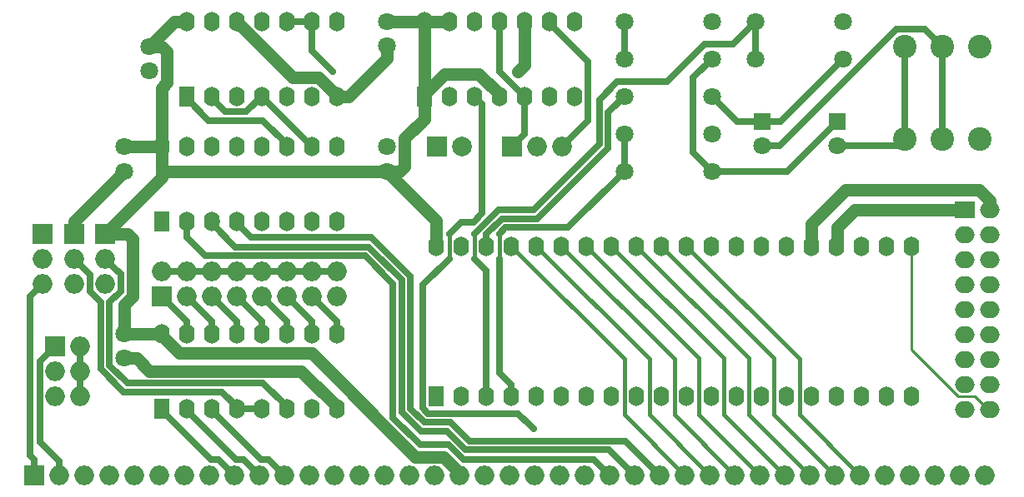
<source format=gbl>
G04 #@! TF.FileFunction,Copper,L2,Bot,Signal*
%FSLAX46Y46*%
G04 Gerber Fmt 4.6, Leading zero omitted, Abs format (unit mm)*
G04 Created by KiCad (PCBNEW 4.0.6) date Sun Jul 16 10:48:13 2017*
%MOMM*%
%LPD*%
G01*
G04 APERTURE LIST*
%ADD10C,0.100000*%
%ADD11R,1.600000X2.000000*%
%ADD12O,1.600000X2.000000*%
%ADD13R,2.000000X2.000000*%
%ADD14O,2.000000X2.000000*%
%ADD15C,1.800000*%
%ADD16C,2.400000*%
%ADD17R,2.000000X1.700000*%
%ADD18O,2.000000X1.700000*%
%ADD19C,2.000000*%
%ADD20R,1.800000X1.800000*%
%ADD21C,0.685800*%
%ADD22C,1.270000*%
%ADD23C,0.635000*%
%ADD24C,0.381000*%
%ADD25C,0.254000*%
G04 APERTURE END LIST*
D10*
D11*
X74930000Y-137160000D03*
D12*
X92710000Y-129540000D03*
X77470000Y-137160000D03*
X90170000Y-129540000D03*
X80010000Y-137160000D03*
X87630000Y-129540000D03*
X82550000Y-137160000D03*
X85090000Y-129540000D03*
X85090000Y-137160000D03*
X82550000Y-129540000D03*
X87630000Y-137160000D03*
X80010000Y-129540000D03*
X90170000Y-137160000D03*
X77470000Y-129540000D03*
X92710000Y-137160000D03*
X74930000Y-129540000D03*
D13*
X62000000Y-163000000D03*
D14*
X64540000Y-163000000D03*
X67080000Y-163000000D03*
X69620000Y-163000000D03*
X72160000Y-163000000D03*
X74700000Y-163000000D03*
X77240000Y-163000000D03*
X79780000Y-163000000D03*
X82320000Y-163000000D03*
X84860000Y-163000000D03*
X87400000Y-163000000D03*
X89940000Y-163000000D03*
X92480000Y-163000000D03*
X95020000Y-163000000D03*
X97560000Y-163000000D03*
X100100000Y-163000000D03*
X102640000Y-163000000D03*
X105180000Y-163000000D03*
X107720000Y-163000000D03*
X110260000Y-163000000D03*
X112800000Y-163000000D03*
X115340000Y-163000000D03*
X117880000Y-163000000D03*
X120420000Y-163000000D03*
X122960000Y-163000000D03*
X125500000Y-163000000D03*
X128040000Y-163000000D03*
X130580000Y-163000000D03*
X133120000Y-163000000D03*
X135660000Y-163000000D03*
X138200000Y-163000000D03*
X140740000Y-163000000D03*
X143280000Y-163000000D03*
X145820000Y-163000000D03*
X148360000Y-163000000D03*
X150900000Y-163000000D03*
X153440000Y-163000000D03*
X155980000Y-163000000D03*
X158520000Y-163000000D03*
D15*
X121920000Y-116840000D03*
X130810000Y-116840000D03*
X135255000Y-116840000D03*
X144145000Y-116840000D03*
X121920000Y-128270000D03*
X130810000Y-128270000D03*
X130810000Y-132080000D03*
X121920000Y-132080000D03*
X144145000Y-120650000D03*
X135255000Y-120650000D03*
X130810000Y-124460000D03*
X121920000Y-124460000D03*
X130810000Y-120650000D03*
X121920000Y-120650000D03*
D16*
X150400000Y-119380000D03*
X154200000Y-119380000D03*
X158000000Y-119380000D03*
X158000000Y-128780000D03*
X154200000Y-128780000D03*
X150400000Y-128780000D03*
D15*
X71120000Y-148590000D03*
X71120000Y-151090000D03*
X97790000Y-116840000D03*
X97790000Y-119340000D03*
X73660000Y-119380000D03*
X73660000Y-121880000D03*
X71120000Y-129580000D03*
X71120000Y-132080000D03*
X97790000Y-132080000D03*
X97790000Y-129580000D03*
D17*
X156460000Y-135960000D03*
D18*
X159000000Y-135960000D03*
X156460000Y-138500000D03*
X159000000Y-138500000D03*
X156460000Y-141040000D03*
X159000000Y-141040000D03*
X156460000Y-143580000D03*
X159000000Y-143580000D03*
X156460000Y-146120000D03*
X159000000Y-146120000D03*
X156460000Y-148660000D03*
X159000000Y-148660000D03*
X156460000Y-151200000D03*
X159000000Y-151200000D03*
X156460000Y-153740000D03*
X159000000Y-153740000D03*
X156460000Y-156280000D03*
X159000000Y-156280000D03*
D13*
X69215000Y-138430000D03*
D14*
X69215000Y-140970000D03*
X69215000Y-143510000D03*
D13*
X62865000Y-138430000D03*
D14*
X62865000Y-140970000D03*
X62865000Y-143510000D03*
D13*
X64135000Y-149860000D03*
D14*
X66675000Y-149860000D03*
X64135000Y-152400000D03*
X66675000Y-152400000D03*
X64135000Y-154940000D03*
X66675000Y-154940000D03*
D13*
X74930000Y-144780000D03*
D14*
X74930000Y-142240000D03*
X77470000Y-144780000D03*
X77470000Y-142240000D03*
X80010000Y-144780000D03*
X80010000Y-142240000D03*
X82550000Y-144780000D03*
X82550000Y-142240000D03*
X85090000Y-144780000D03*
X85090000Y-142240000D03*
X87630000Y-144780000D03*
X87630000Y-142240000D03*
X90170000Y-144780000D03*
X90170000Y-142240000D03*
X92710000Y-144780000D03*
X92710000Y-142240000D03*
D13*
X110490000Y-129540000D03*
D14*
X113030000Y-129540000D03*
X115570000Y-129540000D03*
D13*
X102870000Y-129540000D03*
D19*
X105410000Y-129540000D03*
D11*
X74930000Y-156210000D03*
D12*
X92710000Y-148590000D03*
X77470000Y-156210000D03*
X90170000Y-148590000D03*
X80010000Y-156210000D03*
X87630000Y-148590000D03*
X82550000Y-156210000D03*
X85090000Y-148590000D03*
X85090000Y-156210000D03*
X82550000Y-148590000D03*
X87630000Y-156210000D03*
X80010000Y-148590000D03*
X90170000Y-156210000D03*
X77470000Y-148590000D03*
X92710000Y-156210000D03*
X74930000Y-148590000D03*
D11*
X77470000Y-124460000D03*
D12*
X92710000Y-116840000D03*
X80010000Y-124460000D03*
X90170000Y-116840000D03*
X82550000Y-124460000D03*
X87630000Y-116840000D03*
X85090000Y-124460000D03*
X85090000Y-116840000D03*
X87630000Y-124460000D03*
X82550000Y-116840000D03*
X90170000Y-124460000D03*
X80010000Y-116840000D03*
X92710000Y-124460000D03*
X77470000Y-116840000D03*
D11*
X101600000Y-124460000D03*
D12*
X116840000Y-116840000D03*
X104140000Y-124460000D03*
X114300000Y-116840000D03*
X106680000Y-124460000D03*
X111760000Y-116840000D03*
X109220000Y-124460000D03*
X109220000Y-116840000D03*
X111760000Y-124460000D03*
X106680000Y-116840000D03*
X114300000Y-124460000D03*
X104140000Y-116840000D03*
X116840000Y-124460000D03*
X101600000Y-116840000D03*
D11*
X102829360Y-154929840D03*
D12*
X151089360Y-139689840D03*
X105369360Y-154929840D03*
X148549360Y-139689840D03*
X107909360Y-154929840D03*
X146009360Y-139689840D03*
X110449360Y-154929840D03*
X143469360Y-139689840D03*
X112989360Y-154929840D03*
X140929360Y-139689840D03*
X115529360Y-154929840D03*
X138389360Y-139689840D03*
X118069360Y-154929840D03*
X135849360Y-139689840D03*
X120609360Y-154929840D03*
X133309360Y-139689840D03*
X123149360Y-154929840D03*
X130769360Y-139689840D03*
X125689360Y-154929840D03*
X128229360Y-139689840D03*
X128229360Y-154929840D03*
X125689360Y-139689840D03*
X130769360Y-154929840D03*
X123149360Y-139689840D03*
X133309360Y-154929840D03*
X120609360Y-139689840D03*
X135849360Y-154929840D03*
X118069360Y-139689840D03*
X138389360Y-154929840D03*
X115529360Y-139689840D03*
X140929360Y-154929840D03*
X112989360Y-139689840D03*
X143469360Y-154929840D03*
X110449360Y-139689840D03*
X146009360Y-154929840D03*
X107909360Y-139689840D03*
X148549360Y-154929840D03*
X105369360Y-139689840D03*
X151089360Y-154929840D03*
X102829360Y-139689840D03*
D20*
X143510000Y-127000000D03*
D15*
X143510000Y-129500000D03*
D20*
X135890000Y-127000000D03*
D15*
X135890000Y-129500000D03*
D13*
X66040000Y-138430000D03*
D14*
X66040000Y-140970000D03*
X66040000Y-143510000D03*
D21*
X111125000Y-121920000D03*
X112691441Y-158301327D03*
X92309608Y-121920000D03*
D22*
X69215000Y-138430000D02*
X74930000Y-132715000D01*
X74930000Y-132715000D02*
X74930000Y-129540000D01*
X69215000Y-138430000D02*
X71485000Y-138430000D01*
X71120000Y-145637086D02*
X71120000Y-147317208D01*
X71485000Y-138430000D02*
X71993012Y-138938012D01*
X71993012Y-138938012D02*
X71993012Y-144764074D01*
X71993012Y-144764074D02*
X71120000Y-145637086D01*
X71120000Y-147317208D02*
X71120000Y-148590000D01*
X74930000Y-148590000D02*
X74930000Y-148790000D01*
X74930000Y-148790000D02*
X76698489Y-150558489D01*
X76698489Y-150558489D02*
X90151290Y-150558489D01*
X90151290Y-150558489D02*
X100703800Y-161110999D01*
X100703800Y-161110999D02*
X103546721Y-161110999D01*
X103546721Y-161110999D02*
X105180000Y-162744278D01*
X105180000Y-162744278D02*
X105180000Y-163000000D01*
X74930000Y-129540000D02*
X74930000Y-123599798D01*
X74930000Y-123599798D02*
X75449001Y-123080797D01*
X75449001Y-123080797D02*
X75449001Y-119896209D01*
X75449001Y-119896209D02*
X74932792Y-119380000D01*
X74932792Y-119380000D02*
X73660000Y-119380000D01*
X74930000Y-129540000D02*
X71160000Y-129540000D01*
X71160000Y-129540000D02*
X71120000Y-129580000D01*
X74930000Y-148590000D02*
X71120000Y-148590000D01*
X101600000Y-124460000D02*
X101600000Y-126730000D01*
X101600000Y-126730000D02*
X99579001Y-128750999D01*
X99579001Y-128750999D02*
X99579001Y-131563791D01*
X99579001Y-131563791D02*
X99062792Y-132080000D01*
X99062792Y-132080000D02*
X97790000Y-132080000D01*
X74930000Y-129540000D02*
X74930000Y-131810000D01*
X74930000Y-131810000D02*
X75200000Y-132080000D01*
X75200000Y-132080000D02*
X96517208Y-132080000D01*
X96517208Y-132080000D02*
X97790000Y-132080000D01*
X102829360Y-139689840D02*
X102829360Y-137119360D01*
X102829360Y-137119360D02*
X97790000Y-132080000D01*
X111760000Y-116840000D02*
X111760000Y-121285000D01*
X111760000Y-121285000D02*
X111125000Y-121920000D01*
X101600000Y-124460000D02*
X101600000Y-124260000D01*
X101600000Y-124260000D02*
X103670000Y-122190000D01*
X103670000Y-122190000D02*
X107150000Y-122190000D01*
X107150000Y-122190000D02*
X109220000Y-124260000D01*
X109220000Y-124260000D02*
X109220000Y-124460000D01*
X144364200Y-133985000D02*
X157935202Y-133985000D01*
X157935202Y-133985000D02*
X159000000Y-135049798D01*
X159000000Y-135049798D02*
X159000000Y-135960000D01*
X140929360Y-139689840D02*
X140929360Y-137419840D01*
X140929360Y-137419840D02*
X144364200Y-133985000D01*
X101600000Y-116840000D02*
X97790000Y-116840000D01*
X77470000Y-116840000D02*
X76200000Y-116840000D01*
X76200000Y-116840000D02*
X73660000Y-119380000D01*
X101600000Y-116840000D02*
X104140000Y-116840000D01*
X101600000Y-116840000D02*
X101600000Y-124460000D01*
X102870000Y-139649200D02*
X102829360Y-139689840D01*
X102849680Y-139669520D02*
X102829360Y-139689840D01*
X102824280Y-139694920D02*
X102829360Y-139689840D01*
X73702792Y-152400000D02*
X89100000Y-152400000D01*
X89100000Y-152400000D02*
X92710000Y-156010000D01*
X92710000Y-156010000D02*
X92710000Y-156210000D01*
X72392792Y-151090000D02*
X73702792Y-152400000D01*
X71120000Y-151090000D02*
X72392792Y-151090000D01*
X66040000Y-138430000D02*
X66040000Y-137160000D01*
X66040000Y-137160000D02*
X71120000Y-132080000D01*
X97790000Y-119340000D02*
X97790000Y-120612792D01*
X97790000Y-120612792D02*
X93942792Y-124460000D01*
X93942792Y-124460000D02*
X92710000Y-124460000D01*
X82550000Y-116840000D02*
X82550000Y-116888620D01*
X82550000Y-116888620D02*
X88232370Y-122570990D01*
X88232370Y-122570990D02*
X90869610Y-122570990D01*
X90869610Y-122570990D02*
X92710000Y-124411380D01*
X92710000Y-124411380D02*
X92710000Y-124460000D01*
X92710000Y-156210000D02*
X92710000Y-156258620D01*
X143510000Y-137795000D02*
X145345000Y-135960000D01*
X145345000Y-135960000D02*
X156460000Y-135960000D01*
X143510000Y-139600580D02*
X143510000Y-137795000D01*
X143469360Y-139689840D02*
X143469360Y-139641220D01*
X143469360Y-139641220D02*
X143510000Y-139600580D01*
D23*
X61595000Y-160960000D02*
X61595000Y-144780000D01*
X61595000Y-144780000D02*
X62865000Y-143510000D01*
X62000000Y-163000000D02*
X62000000Y-161365000D01*
X62000000Y-161365000D02*
X61595000Y-160960000D01*
X64135000Y-149860000D02*
X62563499Y-151431501D01*
X62563499Y-151431501D02*
X62563499Y-159609286D01*
X62563499Y-159609286D02*
X64540000Y-161585787D01*
X64540000Y-161585787D02*
X64540000Y-163000000D01*
X101457859Y-156187041D02*
X101988785Y-156717967D01*
X104124859Y-140954859D02*
X101457859Y-143621859D01*
X112348542Y-157958428D02*
X112691441Y-158301327D01*
X101457859Y-143621859D02*
X101457859Y-156187041D01*
X101988785Y-156717967D02*
X111108081Y-156717967D01*
X111108081Y-156717967D02*
X112348542Y-157958428D01*
X107479999Y-125259999D02*
X107479999Y-136360001D01*
X106680000Y-124460000D02*
X107479999Y-125259999D01*
X106578499Y-137261501D02*
X105308499Y-137261501D01*
X107479999Y-136360001D02*
X106578499Y-137261501D01*
X105308499Y-137261501D02*
X104140000Y-138430000D01*
D24*
X104124859Y-138445141D02*
X104124859Y-140954859D01*
X104140000Y-138430000D02*
X104124859Y-138445141D01*
X110449360Y-139689840D02*
X121904859Y-151145339D01*
X121904859Y-151145339D02*
X121904859Y-156864859D01*
X121904859Y-156864859D02*
X128040000Y-163000000D01*
X112989360Y-139689840D02*
X124444859Y-151145339D01*
X124444859Y-151145339D02*
X124444859Y-156864859D01*
X124444859Y-156864859D02*
X130580000Y-163000000D01*
X115529360Y-139689840D02*
X126984859Y-151145339D01*
X126984859Y-151145339D02*
X126984859Y-156864859D01*
X126984859Y-156864859D02*
X133120000Y-163000000D01*
X118069360Y-139689840D02*
X129473861Y-151094341D01*
X129473861Y-151094341D02*
X129473861Y-156813861D01*
X129473861Y-156813861D02*
X135660000Y-163000000D01*
X120609360Y-139689840D02*
X132013861Y-151094341D01*
X132013861Y-151094341D02*
X132013861Y-156813861D01*
X132013861Y-156813861D02*
X138200000Y-163000000D01*
X123149360Y-139689840D02*
X134553861Y-151094341D01*
X134553861Y-151094341D02*
X134553861Y-156813861D01*
X134553861Y-156813861D02*
X140740000Y-163000000D01*
X125689360Y-139689840D02*
X137093861Y-151094341D01*
X137093861Y-151094341D02*
X137093861Y-156813861D01*
X137093861Y-156813861D02*
X143280000Y-163000000D01*
X128229360Y-139689840D02*
X139684859Y-151145339D01*
X139684859Y-151145339D02*
X139684859Y-156864859D01*
X139684859Y-156864859D02*
X145820000Y-163000000D01*
D23*
X135255000Y-120650000D02*
X135255000Y-116840000D01*
X119380000Y-124822178D02*
X121213679Y-122988499D01*
X126293679Y-122988499D02*
X130103679Y-119178499D01*
X121213679Y-122988499D02*
X126293679Y-122988499D01*
X130103679Y-119178499D02*
X132916501Y-119178499D01*
X132916501Y-119178499D02*
X134355001Y-117739999D01*
X134355001Y-117739999D02*
X135255000Y-116840000D01*
X106664850Y-138445150D02*
X109123579Y-135986421D01*
X109123579Y-135986421D02*
X109352178Y-135986421D01*
X109352178Y-135986421D02*
X109352178Y-136011923D01*
X109352178Y-136011923D02*
X112693899Y-136011923D01*
X112693899Y-136011923D02*
X119380000Y-129325822D01*
X119380000Y-129325822D02*
X119380000Y-124822178D01*
D24*
X106680000Y-140970000D02*
X106664850Y-140954850D01*
X106664850Y-140954850D02*
X106664850Y-138445150D01*
D23*
X107909360Y-142199360D02*
X106680000Y-140970000D01*
X107909360Y-142834360D02*
X107909360Y-142199360D01*
X107909360Y-154929840D02*
X107909360Y-142834360D01*
X109855000Y-137795000D02*
X116205000Y-137795000D01*
X116205000Y-137795000D02*
X121920000Y-132080000D01*
X109199680Y-138450320D02*
X109855000Y-137795000D01*
D24*
X109199680Y-140990320D02*
X109199680Y-138450320D01*
D23*
X109199680Y-141472920D02*
X109199680Y-140990320D01*
X121920000Y-132080000D02*
X121920000Y-128270000D01*
X109199680Y-152548790D02*
X109199680Y-141472920D01*
X109199680Y-152548790D02*
X110449360Y-153798470D01*
X110449360Y-153798470D02*
X110449360Y-154929840D01*
X120269011Y-129694062D02*
X120269011Y-126110989D01*
X120269011Y-126110989D02*
X121920000Y-124460000D01*
X109491815Y-136900934D02*
X113062139Y-136900934D01*
X107909360Y-138483389D02*
X109491815Y-136900934D01*
X113062139Y-136900934D02*
X120269011Y-129694062D01*
X107909360Y-139689840D02*
X107909360Y-138483389D01*
X121920000Y-116840000D02*
X121920000Y-120650000D01*
D25*
X151089360Y-139689840D02*
X151089360Y-150260271D01*
X151089360Y-150260271D02*
X155800099Y-154971010D01*
X155800099Y-154971010D02*
X157541010Y-154971010D01*
X157541010Y-154971010D02*
X158850000Y-156280000D01*
X158850000Y-156280000D02*
X159000000Y-156280000D01*
D23*
X66675000Y-152400000D02*
X66675000Y-149860000D01*
X66675000Y-154940000D02*
X66675000Y-152400000D01*
X87400000Y-163000000D02*
X85828499Y-161428499D01*
X85828499Y-161428499D02*
X85028499Y-161428499D01*
X85028499Y-161428499D02*
X80010000Y-156410000D01*
X80010000Y-156410000D02*
X80010000Y-156210000D01*
X84860000Y-163000000D02*
X83288499Y-161428499D01*
X83288499Y-161428499D02*
X82488499Y-161428499D01*
X82488499Y-161428499D02*
X77470000Y-156410000D01*
X77470000Y-156410000D02*
X77470000Y-156210000D01*
X82320000Y-163000000D02*
X80748499Y-161428499D01*
X79948499Y-161428499D02*
X74930000Y-156410000D01*
X80748499Y-161428499D02*
X79948499Y-161428499D01*
X74930000Y-156410000D02*
X74930000Y-156210000D01*
X128905000Y-130175000D02*
X128905000Y-122555000D01*
X128905000Y-122555000D02*
X130810000Y-120650000D01*
X130810000Y-132080000D02*
X128905000Y-130175000D01*
X130810000Y-132080000D02*
X138430000Y-132080000D01*
X138430000Y-132080000D02*
X143510000Y-127000000D01*
X143510000Y-129500000D02*
X149680000Y-129500000D01*
X149680000Y-129500000D02*
X150400000Y-128780000D01*
X150400000Y-119380000D02*
X150400000Y-128780000D01*
X135890000Y-127000000D02*
X133350000Y-127000000D01*
X133350000Y-127000000D02*
X130810000Y-124460000D01*
X144145000Y-120650000D02*
X137795000Y-127000000D01*
X137795000Y-127000000D02*
X135890000Y-127000000D01*
X135890000Y-129500000D02*
X137658178Y-129500000D01*
X137658178Y-129500000D02*
X149549679Y-117608499D01*
X149549679Y-117608499D02*
X152428499Y-117608499D01*
X152428499Y-117608499D02*
X153000001Y-118180001D01*
X153000001Y-118180001D02*
X154200000Y-119380000D01*
X154200000Y-119380000D02*
X154200000Y-128780000D01*
X69648499Y-151796321D02*
X69648499Y-145402323D01*
X69648499Y-145402323D02*
X70786501Y-144264321D01*
X87630000Y-156210000D02*
X87630000Y-156010000D01*
X70214999Y-141969999D02*
X69215000Y-140970000D01*
X71458689Y-153606511D02*
X69648499Y-151796321D01*
X70786501Y-142541501D02*
X70214999Y-141969999D01*
X85226511Y-153606511D02*
X71458689Y-153606511D01*
X87630000Y-156010000D02*
X85226511Y-153606511D01*
X70786501Y-144264321D02*
X70786501Y-142541501D01*
X77470000Y-148590000D02*
X77470000Y-147320000D01*
X77470000Y-147320000D02*
X74930000Y-144780000D01*
X80010000Y-148590000D02*
X80010000Y-147320000D01*
X80010000Y-147320000D02*
X77470000Y-144780000D01*
X82550000Y-148590000D02*
X82550000Y-147320000D01*
X82550000Y-147320000D02*
X80010000Y-144780000D01*
X85090000Y-148590000D02*
X85090000Y-147320000D01*
X85090000Y-147320000D02*
X82550000Y-144780000D01*
X87630000Y-148590000D02*
X87630000Y-147320000D01*
X87630000Y-147320000D02*
X85090000Y-144780000D01*
X90170000Y-148590000D02*
X90170000Y-147320000D01*
X90170000Y-147320000D02*
X87630000Y-144780000D01*
X92710000Y-148590000D02*
X92710000Y-147320000D01*
X92710000Y-147320000D02*
X90170000Y-144780000D01*
X111760000Y-124460000D02*
X111760000Y-128270000D01*
X111760000Y-128270000D02*
X110490000Y-129540000D01*
X109220000Y-116840000D02*
X109220000Y-121920000D01*
X109220000Y-121920000D02*
X111760000Y-124460000D01*
X114300000Y-116840000D02*
X114300000Y-117040000D01*
X114300000Y-117040000D02*
X118211510Y-120951510D01*
X118211510Y-120951510D02*
X118211510Y-126898490D01*
X118211510Y-126898490D02*
X116569999Y-128540001D01*
X116569999Y-128540001D02*
X115570000Y-129540000D01*
X81381510Y-126031510D02*
X83518490Y-126031510D01*
X80010000Y-124460000D02*
X80010000Y-124660000D01*
X80010000Y-124660000D02*
X81381510Y-126031510D01*
X83518490Y-126031510D02*
X85090000Y-124460000D01*
X85090000Y-124460000D02*
X90170000Y-129540000D01*
X87630000Y-129340000D02*
X87630000Y-129540000D01*
X85210521Y-126920521D02*
X87630000Y-129340000D01*
X77470000Y-124660000D02*
X79730521Y-126920521D01*
X77470000Y-124460000D02*
X77470000Y-124660000D01*
X79730521Y-126920521D02*
X85210521Y-126920521D01*
X83985000Y-138795000D02*
X96224501Y-138795000D01*
X124500001Y-162000001D02*
X125500000Y-163000000D01*
X100203022Y-156189454D02*
X101620546Y-157606978D01*
X96224501Y-138795000D02*
X100203022Y-142773520D01*
X100203022Y-142773520D02*
X100203022Y-156189454D01*
X122000000Y-159500000D02*
X124500001Y-162000001D01*
X82550000Y-137360000D02*
X83985000Y-138795000D01*
X82550000Y-137160000D02*
X82550000Y-137360000D01*
X106156486Y-159500000D02*
X122000000Y-159500000D01*
X104263464Y-157606978D02*
X106156486Y-159500000D01*
X101620546Y-157606978D02*
X104263464Y-157606978D01*
X99314011Y-143141760D02*
X95951739Y-139779488D01*
X95951739Y-139779488D02*
X82429488Y-139779488D01*
X103895226Y-158495989D02*
X101252307Y-158495989D01*
X82429488Y-139779488D02*
X80010000Y-137360000D01*
X101252307Y-158495989D02*
X99314011Y-156557693D01*
X99314011Y-156557693D02*
X99314011Y-143141760D01*
X120349011Y-160389011D02*
X105788247Y-160389010D01*
X105788247Y-160389010D02*
X103895226Y-158495989D01*
X122960000Y-163000000D02*
X120349011Y-160389011D01*
X80010000Y-137360000D02*
X80010000Y-137160000D01*
X80010000Y-137160000D02*
X80520178Y-137160000D01*
X101203553Y-159904488D02*
X104046475Y-159904489D01*
X98425000Y-157125935D02*
X101203553Y-159904488D01*
X95583499Y-140668499D02*
X98425000Y-143510000D01*
X98425000Y-143510000D02*
X98425000Y-157125935D01*
X104046475Y-159904489D02*
X105570485Y-161428499D01*
X79343499Y-140668499D02*
X95583499Y-140668499D01*
X105570485Y-161428499D02*
X118848499Y-161428499D01*
X118848499Y-161428499D02*
X119420001Y-162000001D01*
X119420001Y-162000001D02*
X120420000Y-163000000D01*
X77470000Y-138795000D02*
X79343499Y-140668499D01*
X77470000Y-137160000D02*
X77470000Y-138795000D01*
X90170000Y-119827168D02*
X90216776Y-119827168D01*
X90216776Y-119827168D02*
X92309608Y-121920000D01*
X90170000Y-116840000D02*
X90170000Y-119827168D01*
X87630000Y-116840000D02*
X90170000Y-116840000D01*
X90170000Y-142240000D02*
X92710000Y-142240000D01*
X87630000Y-142240000D02*
X90170000Y-142240000D01*
X85090000Y-142240000D02*
X87630000Y-142240000D01*
X82550000Y-142240000D02*
X85090000Y-142240000D01*
X80010000Y-142240000D02*
X82550000Y-142240000D01*
X77470000Y-142240000D02*
X80010000Y-142240000D01*
X74930000Y-142240000D02*
X77470000Y-142240000D01*
X67039999Y-141969999D02*
X66040000Y-140970000D01*
X67643499Y-142573499D02*
X67039999Y-141969999D01*
X68759488Y-145380310D02*
X67643499Y-144264321D01*
X68759488Y-152164561D02*
X68759488Y-145380310D01*
X71090449Y-154495522D02*
X68759488Y-152164561D01*
X81035522Y-154495522D02*
X71090449Y-154495522D01*
X67643499Y-144264321D02*
X67643499Y-142573499D01*
X82550000Y-156210000D02*
X82550000Y-156010000D01*
X82550000Y-156010000D02*
X81035522Y-154495522D01*
X82550000Y-156210000D02*
X85090000Y-156210000D01*
M02*

</source>
